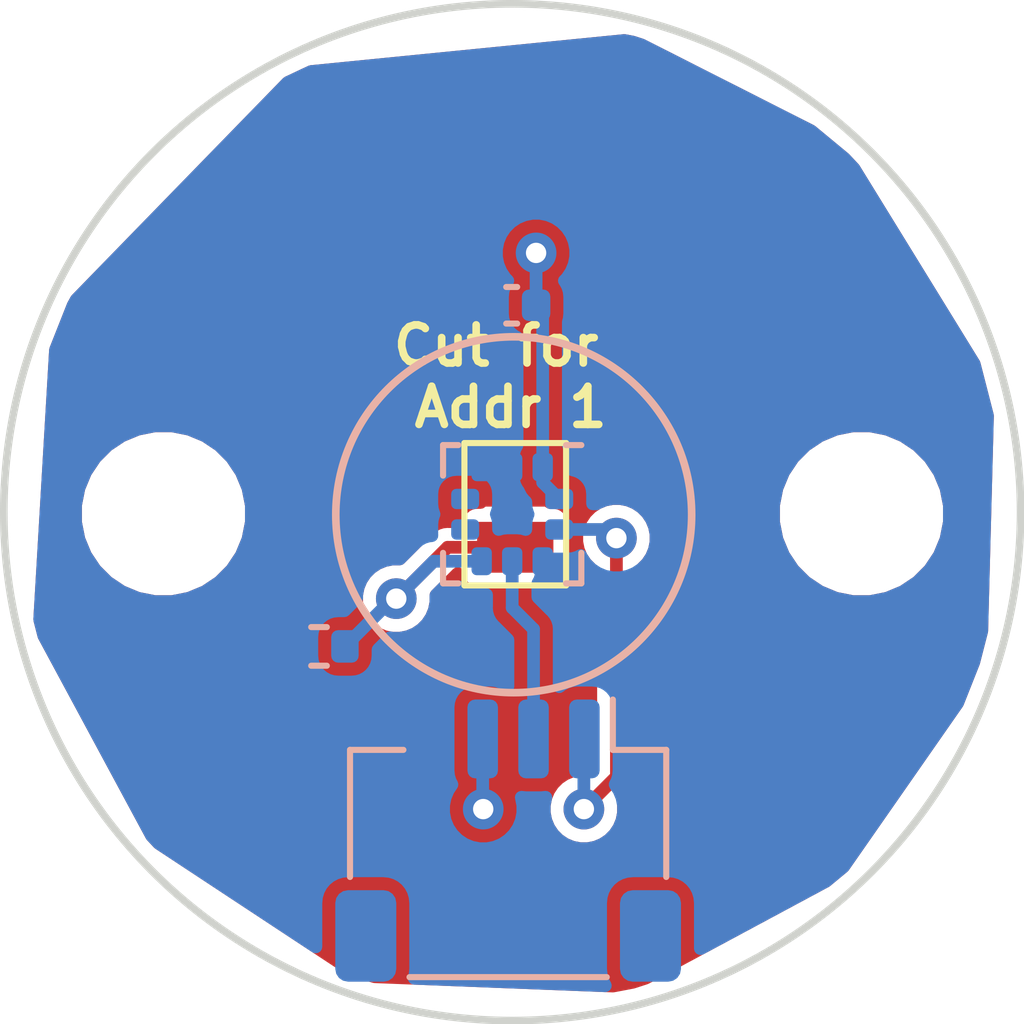
<source format=kicad_pcb>
(kicad_pcb (version 20171130) (host pcbnew 5.1.7-a382d34a8~88~ubuntu18.04.1)

  (general
    (thickness 1.6)
    (drawings 3)
    (tracks 27)
    (zones 0)
    (modules 7)
    (nets 6)
  )

  (page A4)
  (layers
    (0 F.Cu signal)
    (31 B.Cu signal)
    (32 B.Adhes user)
    (33 F.Adhes user)
    (34 B.Paste user)
    (35 F.Paste user)
    (36 B.SilkS user)
    (37 F.SilkS user)
    (38 B.Mask user)
    (39 F.Mask user)
    (40 Dwgs.User user)
    (41 Cmts.User user)
    (42 Eco1.User user)
    (43 Eco2.User user)
    (44 Edge.Cuts user)
    (45 Margin user)
    (46 B.CrtYd user)
    (47 F.CrtYd user)
    (48 B.Fab user)
    (49 F.Fab user)
  )

  (setup
    (last_trace_width 0.25)
    (trace_clearance 0.2)
    (zone_clearance 0.254)
    (zone_45_only no)
    (trace_min 0.2)
    (via_size 0.8)
    (via_drill 0.4)
    (via_min_size 0.4)
    (via_min_drill 0.3)
    (uvia_size 0.3)
    (uvia_drill 0.1)
    (uvias_allowed no)
    (uvia_min_size 0.2)
    (uvia_min_drill 0.1)
    (edge_width 0.05)
    (segment_width 0.2)
    (pcb_text_width 0.3)
    (pcb_text_size 1.5 1.5)
    (mod_edge_width 0.12)
    (mod_text_size 1 1)
    (mod_text_width 0.15)
    (pad_size 1.524 1.524)
    (pad_drill 0.762)
    (pad_to_mask_clearance 0)
    (aux_axis_origin 0 0)
    (grid_origin 30.11 26.76)
    (visible_elements FFFFFF7F)
    (pcbplotparams
      (layerselection 0x010fc_ffffffff)
      (usegerberextensions false)
      (usegerberattributes true)
      (usegerberadvancedattributes true)
      (creategerberjobfile true)
      (excludeedgelayer true)
      (linewidth 0.100000)
      (plotframeref false)
      (viasonmask false)
      (mode 1)
      (useauxorigin false)
      (hpglpennumber 1)
      (hpglpenspeed 20)
      (hpglpendiameter 15.000000)
      (psnegative false)
      (psa4output false)
      (plotreference true)
      (plotvalue true)
      (plotinvisibletext false)
      (padsonsilk false)
      (subtractmaskfromsilk false)
      (outputformat 1)
      (mirror false)
      (drillshape 1)
      (scaleselection 1)
      (outputdirectory ""))
  )

  (net 0 "")
  (net 1 GND)
  (net 2 +3V3)
  (net 3 /SCL)
  (net 4 /SDA)
  (net 5 "Net-(JP1-Pad1)")

  (net_class Default "This is the default net class."
    (clearance 0.2)
    (trace_width 0.25)
    (via_dia 0.8)
    (via_drill 0.4)
    (uvia_dia 0.3)
    (uvia_drill 0.1)
    (add_net +3V3)
    (add_net /SCL)
    (add_net /SDA)
    (add_net GND)
    (add_net "Net-(JP1-Pad1)")
  )

  (module Connector_JST:JST_SH_SM04B-SRSS-TB_1x04-1MP_P1.00mm_Horizontal (layer B.Cu) (tedit 601A0C0C) (tstamp 600E3497)
    (at 30.03 33.18 180)
    (descr "JST SH series connector, SM04B-SRSS-TB (http://www.jst-mfg.com/product/pdf/eng/eSH.pdf), generated with kicad-footprint-generator")
    (tags "connector JST SH top entry")
    (path /600E303D)
    (attr smd)
    (fp_text reference J1 (at 0 3.98 180) (layer B.SilkS) hide
      (effects (font (size 1 1) (thickness 0.15)) (justify mirror))
    )
    (fp_text value Conn_01x04_Male (at 0 -3.98 180) (layer B.Fab) hide
      (effects (font (size 1 1) (thickness 0.15)) (justify mirror))
    )
    (fp_text user %R (at 0 0 180) (layer B.Fab) hide
      (effects (font (size 1 1) (thickness 0.15)) (justify mirror))
    )
    (fp_line (start -3 1.675) (end 3 1.675) (layer B.Fab) (width 0.1))
    (fp_line (start -3.11 -0.715) (end -3.11 1.785) (layer B.SilkS) (width 0.12))
    (fp_line (start -3.11 1.785) (end -2.06 1.785) (layer B.SilkS) (width 0.12))
    (fp_line (start -2.06 1.785) (end -2.06 2.775) (layer B.SilkS) (width 0.12))
    (fp_line (start 3.11 -0.715) (end 3.11 1.785) (layer B.SilkS) (width 0.12))
    (fp_line (start 3.11 1.785) (end 2.06 1.785) (layer B.SilkS) (width 0.12))
    (fp_line (start -1.94 -2.685) (end 1.94 -2.685) (layer B.SilkS) (width 0.12))
    (fp_line (start -3 -2.575) (end 3 -2.575) (layer B.Fab) (width 0.1))
    (fp_line (start -3 1.675) (end -3 -2.575) (layer B.Fab) (width 0.1))
    (fp_line (start 3 1.675) (end 3 -2.575) (layer B.Fab) (width 0.1))
    (fp_line (start -3.9 3.28) (end -3.9 -3.28) (layer B.CrtYd) (width 0.05))
    (fp_line (start -3.9 -3.28) (end 3.9 -3.28) (layer B.CrtYd) (width 0.05))
    (fp_line (start 3.9 -3.28) (end 3.9 3.28) (layer B.CrtYd) (width 0.05))
    (fp_line (start 3.9 3.28) (end -3.9 3.28) (layer B.CrtYd) (width 0.05))
    (fp_line (start -2 1.675) (end -1.5 0.967893) (layer B.Fab) (width 0.1))
    (fp_line (start -1.5 0.967893) (end -1 1.675) (layer B.Fab) (width 0.1))
    (pad 4 smd roundrect (at -1.5 2 180) (size 0.6 1.55) (layers B.Cu B.Paste B.Mask) (roundrect_rratio 0.25)
      (net 3 /SCL))
    (pad 3 smd roundrect (at -0.5 2 180) (size 0.6 1.55) (layers B.Cu B.Paste B.Mask) (roundrect_rratio 0.25)
      (net 4 /SDA))
    (pad 2 smd roundrect (at 0.5 2 180) (size 0.6 1.55) (layers B.Cu B.Paste B.Mask) (roundrect_rratio 0.25)
      (net 2 +3V3))
    (pad 1 smd roundrect (at 1.5 2 180) (size 0.6 1.55) (layers B.Cu B.Paste B.Mask) (roundrect_rratio 0.25)
      (net 1 GND))
    (pad MP smd roundrect (at -2.8 -1.875 180) (size 1.2 1.8) (layers B.Cu B.Paste B.Mask) (roundrect_rratio 0.208333))
    (pad MP smd roundrect (at 2.8 -1.875 180) (size 1.2 1.8) (layers B.Cu B.Paste B.Mask) (roundrect_rratio 0.208333))
    (model "/home/kbisland/Motherboard_Controller (copy)/SM04B-SRSS-TB.STEP"
      (offset (xyz 0 1.5 -0.25))
      (scale (xyz 1 1 1))
      (rotate (xyz -90 0 0))
    )
  )

  (module MountingHole:MountingHole_2.7mm_M2.5 (layer F.Cu) (tedit 56D1B4CB) (tstamp 600E364D)
    (at 36.98 26.75)
    (descr "Mounting Hole 2.7mm, no annular, M2.5")
    (tags "mounting hole 2.7mm no annular m2.5")
    (path /600E7ABF)
    (attr virtual)
    (fp_text reference H2 (at 0 -3.7) (layer F.SilkS) hide
      (effects (font (size 1 1) (thickness 0.15)))
    )
    (fp_text value MountingHole (at 0 3.7) (layer F.Fab) hide
      (effects (font (size 1 1) (thickness 0.15)))
    )
    (fp_text user %R (at 0.3 0) (layer F.Fab) hide
      (effects (font (size 1 1) (thickness 0.15)))
    )
    (fp_circle (center 0 0) (end 2.7 0) (layer Cmts.User) (width 0.15))
    (fp_circle (center 0 0) (end 2.95 0) (layer F.CrtYd) (width 0.05))
    (pad 1 np_thru_hole circle (at 0 0) (size 2.7 2.7) (drill 2.7) (layers *.Cu *.Mask))
  )

  (module MountingHole:MountingHole_2.7mm_M2.5 (layer F.Cu) (tedit 56D1B4CB) (tstamp 600E3645)
    (at 23.25 26.75)
    (descr "Mounting Hole 2.7mm, no annular, M2.5")
    (tags "mounting hole 2.7mm no annular m2.5")
    (path /600E73E8)
    (attr virtual)
    (fp_text reference H1 (at 0 -3.7) (layer F.SilkS) hide
      (effects (font (size 1 1) (thickness 0.15)))
    )
    (fp_text value MountingHole (at 0 3.7) (layer F.Fab) hide
      (effects (font (size 1 1) (thickness 0.15)))
    )
    (fp_text user %R (at 0.3 0) (layer F.Fab) hide
      (effects (font (size 1 1) (thickness 0.15)))
    )
    (fp_circle (center 0 0) (end 2.7 0) (layer Cmts.User) (width 0.15))
    (fp_circle (center 0 0) (end 2.95 0) (layer F.CrtYd) (width 0.05))
    (pad 1 np_thru_hole circle (at 0 0) (size 2.7 2.7) (drill 2.7) (layers *.Cu *.Mask))
  )

  (module Package_LGA:ST_HLGA-10_2.5x2.5mm_P0.6mm_LayoutBorder3x2y (layer B.Cu) (tedit 5D9F7937) (tstamp 600E34D6)
    (at 30.11 26.76 180)
    (descr "ST  HLGA, 10 Pin (https://www.st.com/resource/en/datasheet/lps25hb.pdf#page=46), generated with kicad-footprint-generator ipc_noLead_generator.py")
    (tags "ST HLGA NoLead")
    (path /600DDD81)
    (attr smd)
    (fp_text reference U1 (at 0 2.2 180) (layer B.SilkS) hide
      (effects (font (size 1 1) (thickness 0.15)) (justify mirror))
    )
    (fp_text value LPS25HB (at 0 -2.2 180) (layer B.Fab) hide
      (effects (font (size 1 1) (thickness 0.15)) (justify mirror))
    )
    (fp_line (start 1.5 1.5) (end -1.5 1.5) (layer B.CrtYd) (width 0.05))
    (fp_line (start 1.5 -1.5) (end 1.5 1.5) (layer B.CrtYd) (width 0.05))
    (fp_line (start -1.5 -1.5) (end 1.5 -1.5) (layer B.CrtYd) (width 0.05))
    (fp_line (start -1.5 1.5) (end -1.5 -1.5) (layer B.CrtYd) (width 0.05))
    (fp_line (start -1.25 0.625) (end -0.625 1.25) (layer B.Fab) (width 0.1))
    (fp_line (start -1.25 -1.25) (end -1.25 0.625) (layer B.Fab) (width 0.1))
    (fp_line (start 1.25 -1.25) (end -1.25 -1.25) (layer B.Fab) (width 0.1))
    (fp_line (start 1.25 1.25) (end 1.25 -1.25) (layer B.Fab) (width 0.1))
    (fp_line (start -0.625 1.25) (end 1.25 1.25) (layer B.Fab) (width 0.1))
    (fp_line (start -1.06 1.36) (end -1.36 1.36) (layer B.SilkS) (width 0.12))
    (fp_line (start 1.36 -1.36) (end 1.36 -0.76) (layer B.SilkS) (width 0.12))
    (fp_line (start 1.06 -1.36) (end 1.36 -1.36) (layer B.SilkS) (width 0.12))
    (fp_line (start -1.36 -1.36) (end -1.36 -0.76) (layer B.SilkS) (width 0.12))
    (fp_line (start -1.06 -1.36) (end -1.36 -1.36) (layer B.SilkS) (width 0.12))
    (fp_line (start 1.36 1.36) (end 1.36 0.76) (layer B.SilkS) (width 0.12))
    (fp_line (start 1.06 1.36) (end 1.36 1.36) (layer B.SilkS) (width 0.12))
    (fp_text user %R (at 0 0 180) (layer B.Fab) hide
      (effects (font (size 0.62 0.62) (thickness 0.09)) (justify mirror))
    )
    (pad 10 smd roundrect (at -0.6 0.925 180) (size 0.4 0.55) (layers B.Cu B.Paste B.Mask) (roundrect_rratio 0.25)
      (net 2 +3V3))
    (pad 9 smd roundrect (at 0 0.925 180) (size 0.4 0.55) (layers B.Cu B.Paste B.Mask) (roundrect_rratio 0.25)
      (net 1 GND))
    (pad 8 smd roundrect (at 0.6 0.925 180) (size 0.4 0.55) (layers B.Cu B.Paste B.Mask) (roundrect_rratio 0.25)
      (net 1 GND))
    (pad 7 smd roundrect (at 0.925 0.3 180) (size 0.55 0.4) (layers B.Cu B.Paste B.Mask) (roundrect_rratio 0.25))
    (pad 6 smd roundrect (at 0.925 -0.3 180) (size 0.55 0.4) (layers B.Cu B.Paste B.Mask) (roundrect_rratio 0.25))
    (pad 5 smd roundrect (at 0.6 -0.925 180) (size 0.4 0.55) (layers B.Cu B.Paste B.Mask) (roundrect_rratio 0.25)
      (net 5 "Net-(JP1-Pad1)"))
    (pad 4 smd roundrect (at 0 -0.925 180) (size 0.4 0.55) (layers B.Cu B.Paste B.Mask) (roundrect_rratio 0.25)
      (net 4 /SDA))
    (pad 3 smd roundrect (at -0.6 -0.925 180) (size 0.4 0.55) (layers B.Cu B.Paste B.Mask) (roundrect_rratio 0.25)
      (net 1 GND))
    (pad 2 smd roundrect (at -0.925 -0.3 180) (size 0.55 0.4) (layers B.Cu B.Paste B.Mask) (roundrect_rratio 0.25)
      (net 3 /SCL))
    (pad 1 smd roundrect (at -0.925 0.3 180) (size 0.55 0.4) (layers B.Cu B.Paste B.Mask) (roundrect_rratio 0.25)
      (net 2 +3V3))
    (model ${KISYS3DMOD}/Package_LGA.3dshapes/ST_HLGA-10_2.5x2.5mm_P0.6mm_LayoutBorder3x2y.wrl
      (at (xyz 0 0 0))
      (scale (xyz 1 1 1))
      (rotate (xyz 0 0 0))
    )
  )

  (module Resistor_SMD:R_0402_1005Metric (layer B.Cu) (tedit 5F68FEEE) (tstamp 600E34B7)
    (at 26.31 29.36 180)
    (descr "Resistor SMD 0402 (1005 Metric), square (rectangular) end terminal, IPC_7351 nominal, (Body size source: IPC-SM-782 page 72, https://www.pcb-3d.com/wordpress/wp-content/uploads/ipc-sm-782a_amendment_1_and_2.pdf), generated with kicad-footprint-generator")
    (tags resistor)
    (path /600DEE3E)
    (attr smd)
    (fp_text reference R1 (at 0 1.17) (layer B.SilkS) hide
      (effects (font (size 1 1) (thickness 0.15)) (justify mirror))
    )
    (fp_text value 10K (at 0 -1.17) (layer B.Fab) hide
      (effects (font (size 1 1) (thickness 0.15)) (justify mirror))
    )
    (fp_line (start 0.93 -0.47) (end -0.93 -0.47) (layer B.CrtYd) (width 0.05))
    (fp_line (start 0.93 0.47) (end 0.93 -0.47) (layer B.CrtYd) (width 0.05))
    (fp_line (start -0.93 0.47) (end 0.93 0.47) (layer B.CrtYd) (width 0.05))
    (fp_line (start -0.93 -0.47) (end -0.93 0.47) (layer B.CrtYd) (width 0.05))
    (fp_line (start -0.153641 -0.38) (end 0.153641 -0.38) (layer B.SilkS) (width 0.12))
    (fp_line (start -0.153641 0.38) (end 0.153641 0.38) (layer B.SilkS) (width 0.12))
    (fp_line (start 0.525 -0.27) (end -0.525 -0.27) (layer B.Fab) (width 0.1))
    (fp_line (start 0.525 0.27) (end 0.525 -0.27) (layer B.Fab) (width 0.1))
    (fp_line (start -0.525 0.27) (end 0.525 0.27) (layer B.Fab) (width 0.1))
    (fp_line (start -0.525 -0.27) (end -0.525 0.27) (layer B.Fab) (width 0.1))
    (fp_text user %R (at 0 0) (layer B.Fab) hide
      (effects (font (size 0.26 0.26) (thickness 0.04)) (justify mirror))
    )
    (pad 2 smd roundrect (at 0.51 0 180) (size 0.54 0.64) (layers B.Cu B.Paste B.Mask) (roundrect_rratio 0.25)
      (net 1 GND))
    (pad 1 smd roundrect (at -0.51 0 180) (size 0.54 0.64) (layers B.Cu B.Paste B.Mask) (roundrect_rratio 0.25)
      (net 5 "Net-(JP1-Pad1)"))
    (model ${KISYS3DMOD}/Resistor_SMD.3dshapes/R_0402_1005Metric.wrl
      (at (xyz 0 0 0))
      (scale (xyz 1 1 1))
      (rotate (xyz 0 0 0))
    )
  )

  (module Jumper:SolderJumper-2_P1.3mm_Bridged_Pad1.0x1.5mm (layer F.Cu) (tedit 5C756AB2) (tstamp 600E34A6)
    (at 30.17 26.76 90)
    (descr "SMD Solder Jumper, 1x1.5mm Pads, 0.3mm gap, bridged with 1 copper strip")
    (tags "solder jumper open")
    (path /600DF3CE)
    (attr virtual)
    (fp_text reference JP1 (at 0 -1.8 90) (layer F.SilkS) hide
      (effects (font (size 1 1) (thickness 0.15)))
    )
    (fp_text value Jumper (at 0 1.9 90) (layer F.Fab) hide
      (effects (font (size 1 1) (thickness 0.15)))
    )
    (fp_poly (pts (xy -0.25 -0.3) (xy 0.25 -0.3) (xy 0.25 0.3) (xy -0.25 0.3)) (layer F.Cu) (width 0))
    (fp_line (start 1.65 1.25) (end -1.65 1.25) (layer F.CrtYd) (width 0.05))
    (fp_line (start 1.65 1.25) (end 1.65 -1.25) (layer F.CrtYd) (width 0.05))
    (fp_line (start -1.65 -1.25) (end -1.65 1.25) (layer F.CrtYd) (width 0.05))
    (fp_line (start -1.65 -1.25) (end 1.65 -1.25) (layer F.CrtYd) (width 0.05))
    (fp_line (start -1.4 -1) (end 1.4 -1) (layer F.SilkS) (width 0.12))
    (fp_line (start 1.4 -1) (end 1.4 1) (layer F.SilkS) (width 0.12))
    (fp_line (start 1.4 1) (end -1.4 1) (layer F.SilkS) (width 0.12))
    (fp_line (start -1.4 1) (end -1.4 -1) (layer F.SilkS) (width 0.12))
    (pad 2 smd rect (at 0.65 0 90) (size 1 1.5) (layers F.Cu F.Mask)
      (net 2 +3V3))
    (pad 1 smd rect (at -0.65 0 90) (size 1 1.5) (layers F.Cu F.Mask)
      (net 5 "Net-(JP1-Pad1)"))
  )

  (module Capacitor_SMD:C_0402_1005Metric (layer B.Cu) (tedit 5F68FEEE) (tstamp 600E347C)
    (at 30.1 22.65 180)
    (descr "Capacitor SMD 0402 (1005 Metric), square (rectangular) end terminal, IPC_7351 nominal, (Body size source: IPC-SM-782 page 76, https://www.pcb-3d.com/wordpress/wp-content/uploads/ipc-sm-782a_amendment_1_and_2.pdf), generated with kicad-footprint-generator")
    (tags capacitor)
    (path /600E0AB0)
    (attr smd)
    (fp_text reference C1 (at 0 1.16) (layer B.SilkS) hide
      (effects (font (size 1 1) (thickness 0.15)) (justify mirror))
    )
    (fp_text value 0.1uF (at 0 -1.16) (layer B.Fab) hide
      (effects (font (size 1 1) (thickness 0.15)) (justify mirror))
    )
    (fp_line (start 0.91 -0.46) (end -0.91 -0.46) (layer B.CrtYd) (width 0.05))
    (fp_line (start 0.91 0.46) (end 0.91 -0.46) (layer B.CrtYd) (width 0.05))
    (fp_line (start -0.91 0.46) (end 0.91 0.46) (layer B.CrtYd) (width 0.05))
    (fp_line (start -0.91 -0.46) (end -0.91 0.46) (layer B.CrtYd) (width 0.05))
    (fp_line (start -0.107836 -0.36) (end 0.107836 -0.36) (layer B.SilkS) (width 0.12))
    (fp_line (start -0.107836 0.36) (end 0.107836 0.36) (layer B.SilkS) (width 0.12))
    (fp_line (start 0.5 -0.25) (end -0.5 -0.25) (layer B.Fab) (width 0.1))
    (fp_line (start 0.5 0.25) (end 0.5 -0.25) (layer B.Fab) (width 0.1))
    (fp_line (start -0.5 0.25) (end 0.5 0.25) (layer B.Fab) (width 0.1))
    (fp_line (start -0.5 -0.25) (end -0.5 0.25) (layer B.Fab) (width 0.1))
    (fp_text user %R (at 0 0) (layer B.Fab) hide
      (effects (font (size 0.25 0.25) (thickness 0.04)) (justify mirror))
    )
    (pad 2 smd roundrect (at 0.48 0 180) (size 0.56 0.62) (layers B.Cu B.Paste B.Mask) (roundrect_rratio 0.25)
      (net 1 GND))
    (pad 1 smd roundrect (at -0.48 0 180) (size 0.56 0.62) (layers B.Cu B.Paste B.Mask) (roundrect_rratio 0.25)
      (net 2 +3V3))
    (model ${KISYS3DMOD}/Capacitor_SMD.3dshapes/C_0402_1005Metric.wrl
      (at (xyz 0 0 0))
      (scale (xyz 1 1 1))
      (rotate (xyz 0 0 0))
    )
  )

  (gr_circle (center 30.14 26.77) (end 33.64 26.77) (layer B.SilkS) (width 0.15))
  (gr_text "Cut for \nAddr 1" (at 30.08 24.05) (layer F.SilkS)
    (effects (font (size 0.75 0.75) (thickness 0.15)))
  )
  (gr_circle (center 30.11 26.72) (end 40.11 26.72) (layer Edge.Cuts) (width 0.15))

  (segment (start 30.71 26.135) (end 31.035 26.46) (width 0.25) (layer B.Cu) (net 2))
  (segment (start 30.71 25.835) (end 30.71 26.135) (width 0.25) (layer B.Cu) (net 2))
  (segment (start 30.71 22.78) (end 30.58 22.65) (width 0.25) (layer B.Cu) (net 2))
  (segment (start 30.71 25.835) (end 30.71 22.78) (width 0.25) (layer B.Cu) (net 2))
  (via (at 30.58 21.62) (size 0.8) (drill 0.4) (layers F.Cu B.Cu) (net 2))
  (segment (start 30.58 22.65) (end 30.58 21.62) (width 0.25) (layer B.Cu) (net 2))
  (via (at 29.54 32.56) (size 0.8) (drill 0.4) (layers F.Cu B.Cu) (net 2))
  (segment (start 29.53 32.55) (end 29.54 32.56) (width 0.25) (layer B.Cu) (net 2))
  (segment (start 29.53 31.18) (end 29.53 32.55) (width 0.25) (layer B.Cu) (net 2))
  (via (at 32.16 27.23) (size 0.8) (drill 0.4) (layers F.Cu B.Cu) (net 3))
  (segment (start 31.99 27.06) (end 32.16 27.23) (width 0.25) (layer B.Cu) (net 3))
  (segment (start 31.035 27.06) (end 31.99 27.06) (width 0.25) (layer B.Cu) (net 3))
  (via (at 31.52 32.56) (size 0.8) (drill 0.4) (layers F.Cu B.Cu) (net 3))
  (segment (start 31.52 31.19) (end 31.53 31.18) (width 0.25) (layer B.Cu) (net 3))
  (segment (start 31.52 32.56) (end 31.52 31.19) (width 0.25) (layer B.Cu) (net 3))
  (segment (start 32.16 31.92) (end 31.52 32.56) (width 0.25) (layer F.Cu) (net 3))
  (segment (start 32.16 27.23) (end 32.16 31.92) (width 0.25) (layer F.Cu) (net 3))
  (segment (start 30.53 31.18) (end 30.53 29.02) (width 0.25) (layer B.Cu) (net 4))
  (segment (start 30.11 28.6) (end 30.11 27.685) (width 0.25) (layer B.Cu) (net 4))
  (segment (start 30.53 29.02) (end 30.11 28.6) (width 0.25) (layer B.Cu) (net 4))
  (via (at 27.83 28.42) (size 0.8) (drill 0.4) (layers F.Cu B.Cu) (net 5))
  (segment (start 28.84 27.41) (end 27.83 28.42) (width 0.25) (layer F.Cu) (net 5))
  (segment (start 30.17 27.41) (end 28.84 27.41) (width 0.25) (layer F.Cu) (net 5))
  (segment (start 27.76 28.42) (end 26.82 29.36) (width 0.25) (layer B.Cu) (net 5))
  (segment (start 27.83 28.42) (end 27.76 28.42) (width 0.25) (layer B.Cu) (net 5))
  (segment (start 28.565 27.685) (end 27.83 28.42) (width 0.25) (layer B.Cu) (net 5))
  (segment (start 29.51 27.685) (end 28.565 27.685) (width 0.25) (layer B.Cu) (net 5))

  (zone (net 1) (net_name GND) (layer B.Cu) (tstamp 600E031E) (hatch edge 0.508)
    (connect_pads yes (clearance 0.254))
    (min_thickness 0.254)
    (fill yes (arc_segments 32) (thermal_gap 0.508) (thermal_bridge_width 0.508))
    (polygon
      (pts
        (xy 36.64 19.41) (xy 39.6 24.22) (xy 39.45 29.86) (xy 36.6 33.95) (xy 32.45 36.18)
        (xy 27.08 35.97) (xy 22.97 33.26) (xy 20.68 29.01) (xy 21.04 22.87) (xy 25.82 17.96)
        (xy 32.48 17.3)
      )
    )
    (filled_polygon
      (pts
        (xy 32.483496 17.475842) (xy 32.657206 17.532284) (xy 35.991446 19.223449) (xy 36.643318 19.762723) (xy 36.830799 19.96237)
        (xy 39.195811 23.805514) (xy 39.456931 24.822508) (xy 39.344338 29.056015) (xy 39.186883 29.669258) (xy 38.869453 30.470995)
        (xy 36.624263 33.693041) (xy 36.280213 33.977663) (xy 33.812843 35.303503) (xy 33.812843 34.404999) (xy 33.800683 34.281538)
        (xy 33.764671 34.162821) (xy 33.70619 34.053411) (xy 33.627488 33.957512) (xy 33.531589 33.87881) (xy 33.422179 33.820329)
        (xy 33.303462 33.784317) (xy 33.180001 33.772157) (xy 32.479999 33.772157) (xy 32.356538 33.784317) (xy 32.237821 33.820329)
        (xy 32.128411 33.87881) (xy 32.032512 33.957512) (xy 31.95381 34.053411) (xy 31.895329 34.162821) (xy 31.859317 34.281538)
        (xy 31.847157 34.404999) (xy 31.847157 35.705001) (xy 31.859317 35.828462) (xy 31.895329 35.947179) (xy 31.941204 36.033006)
        (xy 28.183215 35.886046) (xy 28.200683 35.828462) (xy 28.212843 35.705001) (xy 28.212843 34.404999) (xy 28.200683 34.281538)
        (xy 28.164671 34.162821) (xy 28.10619 34.053411) (xy 28.027488 33.957512) (xy 27.931589 33.87881) (xy 27.822179 33.820329)
        (xy 27.703462 33.784317) (xy 27.580001 33.772157) (xy 26.879999 33.772157) (xy 26.756538 33.784317) (xy 26.637821 33.820329)
        (xy 26.528411 33.87881) (xy 26.432512 33.957512) (xy 26.35381 34.053411) (xy 26.295329 34.162821) (xy 26.259317 34.281538)
        (xy 26.247157 34.404999) (xy 26.247157 35.268729) (xy 23.159019 33.232511) (xy 23.019257 33.083679) (xy 20.91317 29.175)
        (xy 26.167157 29.175) (xy 26.167157 29.545) (xy 26.177107 29.646026) (xy 26.206575 29.74317) (xy 26.254429 29.832698)
        (xy 26.31883 29.91117) (xy 26.397302 29.975571) (xy 26.48683 30.023425) (xy 26.583974 30.052893) (xy 26.685 30.062843)
        (xy 26.955 30.062843) (xy 27.056026 30.052893) (xy 27.15317 30.023425) (xy 27.242698 29.975571) (xy 27.32117 29.91117)
        (xy 27.385571 29.832698) (xy 27.433425 29.74317) (xy 27.462893 29.646026) (xy 27.472843 29.545) (xy 27.472843 29.422748)
        (xy 27.704295 29.191297) (xy 27.753078 29.201) (xy 27.906922 29.201) (xy 28.057809 29.170987) (xy 28.199942 29.112113)
        (xy 28.327859 29.026642) (xy 28.436642 28.917859) (xy 28.522113 28.789942) (xy 28.580987 28.647809) (xy 28.611 28.496922)
        (xy 28.611 28.354592) (xy 28.774592 28.191) (xy 29.060025 28.191) (xy 29.068578 28.201422) (xy 29.141747 28.261469)
        (xy 29.225224 28.306089) (xy 29.315802 28.333565) (xy 29.41 28.342843) (xy 29.604 28.342843) (xy 29.604 28.575153)
        (xy 29.601553 28.6) (xy 29.604 28.624846) (xy 29.604 28.624853) (xy 29.611322 28.699192) (xy 29.640255 28.794574)
        (xy 29.687241 28.882479) (xy 29.750473 28.959527) (xy 29.769785 28.975376) (xy 30.024001 29.229593) (xy 30.024 30.151324)
        (xy 29.976032 30.111957) (xy 29.88391 30.062717) (xy 29.783953 30.032395) (xy 29.68 30.022157) (xy 29.38 30.022157)
        (xy 29.276047 30.032395) (xy 29.17609 30.062717) (xy 29.083968 30.111957) (xy 29.003223 30.178223) (xy 28.936957 30.258968)
        (xy 28.887717 30.35109) (xy 28.857395 30.451047) (xy 28.847157 30.555) (xy 28.847157 31.805) (xy 28.857395 31.908953)
        (xy 28.887717 32.00891) (xy 28.923809 32.076433) (xy 28.847887 32.190058) (xy 28.789013 32.332191) (xy 28.759 32.483078)
        (xy 28.759 32.636922) (xy 28.789013 32.787809) (xy 28.847887 32.929942) (xy 28.933358 33.057859) (xy 29.042141 33.166642)
        (xy 29.170058 33.252113) (xy 29.312191 33.310987) (xy 29.463078 33.341) (xy 29.616922 33.341) (xy 29.767809 33.310987)
        (xy 29.909942 33.252113) (xy 30.037859 33.166642) (xy 30.146642 33.057859) (xy 30.232113 32.929942) (xy 30.290987 32.787809)
        (xy 30.321 32.636922) (xy 30.321 32.483078) (xy 30.290987 32.332191) (xy 30.289642 32.328944) (xy 30.38 32.337843)
        (xy 30.68 32.337843) (xy 30.770358 32.328944) (xy 30.769013 32.332191) (xy 30.739 32.483078) (xy 30.739 32.636922)
        (xy 30.769013 32.787809) (xy 30.827887 32.929942) (xy 30.913358 33.057859) (xy 31.022141 33.166642) (xy 31.150058 33.252113)
        (xy 31.292191 33.310987) (xy 31.443078 33.341) (xy 31.596922 33.341) (xy 31.747809 33.310987) (xy 31.889942 33.252113)
        (xy 32.017859 33.166642) (xy 32.126642 33.057859) (xy 32.212113 32.929942) (xy 32.270987 32.787809) (xy 32.301 32.636922)
        (xy 32.301 32.483078) (xy 32.270987 32.332191) (xy 32.212113 32.190058) (xy 32.136191 32.076433) (xy 32.172283 32.00891)
        (xy 32.202605 31.908953) (xy 32.212843 31.805) (xy 32.212843 30.555) (xy 32.202605 30.451047) (xy 32.172283 30.35109)
        (xy 32.123043 30.258968) (xy 32.056777 30.178223) (xy 31.976032 30.111957) (xy 31.88391 30.062717) (xy 31.783953 30.032395)
        (xy 31.68 30.022157) (xy 31.38 30.022157) (xy 31.276047 30.032395) (xy 31.17609 30.062717) (xy 31.083968 30.111957)
        (xy 31.036 30.151323) (xy 31.036 29.044854) (xy 31.038448 29.02) (xy 31.028678 28.920807) (xy 30.999745 28.825425)
        (xy 30.983255 28.794575) (xy 30.952759 28.737521) (xy 30.889527 28.660473) (xy 30.87022 28.644628) (xy 30.616 28.390409)
        (xy 30.616 28.119776) (xy 30.656089 28.044776) (xy 30.683565 27.954198) (xy 30.692843 27.86) (xy 30.692843 27.611434)
        (xy 30.765802 27.633565) (xy 30.86 27.642843) (xy 31.21 27.642843) (xy 31.304198 27.633565) (xy 31.394776 27.606089)
        (xy 31.456719 27.57298) (xy 31.467887 27.599942) (xy 31.553358 27.727859) (xy 31.662141 27.836642) (xy 31.790058 27.922113)
        (xy 31.932191 27.980987) (xy 32.083078 28.011) (xy 32.236922 28.011) (xy 32.387809 27.980987) (xy 32.529942 27.922113)
        (xy 32.657859 27.836642) (xy 32.766642 27.727859) (xy 32.852113 27.599942) (xy 32.910987 27.457809) (xy 32.941 27.306922)
        (xy 32.941 27.153078) (xy 32.910987 27.002191) (xy 32.852113 26.860058) (xy 32.766642 26.732141) (xy 32.657859 26.623358)
        (xy 32.592238 26.579511) (xy 35.249 26.579511) (xy 35.249 26.920489) (xy 35.315521 27.254914) (xy 35.446007 27.569936)
        (xy 35.635444 27.853448) (xy 35.876552 28.094556) (xy 36.160064 28.283993) (xy 36.475086 28.414479) (xy 36.809511 28.481)
        (xy 37.150489 28.481) (xy 37.484914 28.414479) (xy 37.799936 28.283993) (xy 38.083448 28.094556) (xy 38.324556 27.853448)
        (xy 38.513993 27.569936) (xy 38.644479 27.254914) (xy 38.711 26.920489) (xy 38.711 26.579511) (xy 38.644479 26.245086)
        (xy 38.513993 25.930064) (xy 38.324556 25.646552) (xy 38.083448 25.405444) (xy 37.799936 25.216007) (xy 37.484914 25.085521)
        (xy 37.150489 25.019) (xy 36.809511 25.019) (xy 36.475086 25.085521) (xy 36.160064 25.216007) (xy 35.876552 25.405444)
        (xy 35.635444 25.646552) (xy 35.446007 25.930064) (xy 35.315521 26.245086) (xy 35.249 26.579511) (xy 32.592238 26.579511)
        (xy 32.529942 26.537887) (xy 32.387809 26.479013) (xy 32.236922 26.449) (xy 32.083078 26.449) (xy 31.932191 26.479013)
        (xy 31.790058 26.537887) (xy 31.765943 26.554) (xy 31.692843 26.554) (xy 31.692843 26.36) (xy 31.683565 26.265802)
        (xy 31.656089 26.175224) (xy 31.611469 26.091747) (xy 31.551422 26.018578) (xy 31.478253 25.958531) (xy 31.394776 25.913911)
        (xy 31.304198 25.886435) (xy 31.292843 25.885317) (xy 31.292843 25.66) (xy 31.283565 25.565802) (xy 31.256089 25.475224)
        (xy 31.216 25.400224) (xy 31.216 22.977373) (xy 31.232797 22.922002) (xy 31.242843 22.82) (xy 31.242843 22.48)
        (xy 31.232797 22.377998) (xy 31.203044 22.279917) (xy 31.154728 22.189524) (xy 31.13681 22.167691) (xy 31.186642 22.117859)
        (xy 31.272113 21.989942) (xy 31.330987 21.847809) (xy 31.361 21.696922) (xy 31.361 21.543078) (xy 31.330987 21.392191)
        (xy 31.272113 21.250058) (xy 31.186642 21.122141) (xy 31.077859 21.013358) (xy 30.949942 20.927887) (xy 30.807809 20.869013)
        (xy 30.656922 20.839) (xy 30.503078 20.839) (xy 30.352191 20.869013) (xy 30.210058 20.927887) (xy 30.082141 21.013358)
        (xy 29.973358 21.122141) (xy 29.887887 21.250058) (xy 29.829013 21.392191) (xy 29.799 21.543078) (xy 29.799 21.696922)
        (xy 29.829013 21.847809) (xy 29.887887 21.989942) (xy 29.973358 22.117859) (xy 30.02319 22.167691) (xy 30.005272 22.189524)
        (xy 29.956956 22.279917) (xy 29.927203 22.377998) (xy 29.917157 22.48) (xy 29.917157 22.82) (xy 29.927203 22.922002)
        (xy 29.956956 23.020083) (xy 30.005272 23.110476) (xy 30.070294 23.189706) (xy 30.149524 23.254728) (xy 30.204001 23.283846)
        (xy 30.204 25.400224) (xy 30.163911 25.475224) (xy 30.136435 25.565802) (xy 30.127157 25.66) (xy 30.127157 26.01)
        (xy 30.136435 26.104198) (xy 30.163911 26.194776) (xy 30.208531 26.278253) (xy 30.234161 26.309484) (xy 30.240255 26.329574)
        (xy 30.256949 26.360806) (xy 30.287242 26.417479) (xy 30.350474 26.494527) (xy 30.369781 26.510372) (xy 30.377157 26.517748)
        (xy 30.377157 26.56) (xy 30.386435 26.654198) (xy 30.413911 26.744776) (xy 30.422049 26.76) (xy 30.413911 26.775224)
        (xy 30.386435 26.865802) (xy 30.377157 26.96) (xy 30.377157 27.058566) (xy 30.304198 27.036435) (xy 30.21 27.027157)
        (xy 30.01 27.027157) (xy 29.915802 27.036435) (xy 29.842843 27.058566) (xy 29.842843 26.96) (xy 29.833565 26.865802)
        (xy 29.806089 26.775224) (xy 29.797951 26.76) (xy 29.806089 26.744776) (xy 29.833565 26.654198) (xy 29.842843 26.56)
        (xy 29.842843 26.36) (xy 29.833565 26.265802) (xy 29.806089 26.175224) (xy 29.761469 26.091747) (xy 29.701422 26.018578)
        (xy 29.628253 25.958531) (xy 29.544776 25.913911) (xy 29.454198 25.886435) (xy 29.36 25.877157) (xy 29.01 25.877157)
        (xy 28.915802 25.886435) (xy 28.825224 25.913911) (xy 28.741747 25.958531) (xy 28.668578 26.018578) (xy 28.608531 26.091747)
        (xy 28.563911 26.175224) (xy 28.536435 26.265802) (xy 28.527157 26.36) (xy 28.527157 26.56) (xy 28.536435 26.654198)
        (xy 28.563911 26.744776) (xy 28.572049 26.76) (xy 28.563911 26.775224) (xy 28.536435 26.865802) (xy 28.527157 26.96)
        (xy 28.527157 27.16) (xy 28.529135 27.180085) (xy 28.465807 27.186322) (xy 28.370425 27.215255) (xy 28.282521 27.262241)
        (xy 28.205473 27.325473) (xy 28.189628 27.34478) (xy 27.895408 27.639) (xy 27.753078 27.639) (xy 27.602191 27.669013)
        (xy 27.460058 27.727887) (xy 27.332141 27.813358) (xy 27.223358 27.922141) (xy 27.137887 28.050058) (xy 27.079013 28.192191)
        (xy 27.049 28.343078) (xy 27.049 28.415408) (xy 26.807252 28.657157) (xy 26.685 28.657157) (xy 26.583974 28.667107)
        (xy 26.48683 28.696575) (xy 26.397302 28.744429) (xy 26.31883 28.80883) (xy 26.254429 28.887302) (xy 26.206575 28.97683)
        (xy 26.177107 29.073974) (xy 26.167157 29.175) (xy 20.91317 29.175) (xy 20.899881 29.150338) (xy 20.817746 28.830445)
        (xy 20.949722 26.579511) (xy 21.519 26.579511) (xy 21.519 26.920489) (xy 21.585521 27.254914) (xy 21.716007 27.569936)
        (xy 21.905444 27.853448) (xy 22.146552 28.094556) (xy 22.430064 28.283993) (xy 22.745086 28.414479) (xy 23.079511 28.481)
        (xy 23.420489 28.481) (xy 23.754914 28.414479) (xy 24.069936 28.283993) (xy 24.353448 28.094556) (xy 24.594556 27.853448)
        (xy 24.783993 27.569936) (xy 24.914479 27.254914) (xy 24.981 26.920489) (xy 24.981 26.579511) (xy 24.914479 26.245086)
        (xy 24.783993 25.930064) (xy 24.594556 25.646552) (xy 24.353448 25.405444) (xy 24.069936 25.216007) (xy 23.754914 25.085521)
        (xy 23.420489 25.019) (xy 23.079511 25.019) (xy 22.745086 25.085521) (xy 22.430064 25.216007) (xy 22.146552 25.405444)
        (xy 21.905444 25.646552) (xy 21.716007 25.930064) (xy 21.585521 26.245086) (xy 21.519 26.579511) (xy 20.949722 26.579511)
        (xy 21.128536 23.529741) (xy 21.474331 22.656362) (xy 21.538036 22.540483) (xy 25.694966 18.270499) (xy 26.153921 18.054531)
        (xy 32.315945 17.44388)
      )
    )
  )
  (zone (net 2) (net_name +3V3) (layer F.Cu) (tstamp 0) (hatch edge 0.508)
    (connect_pads yes (clearance 0.254))
    (min_thickness 0.254)
    (fill yes (arc_segments 32) (thermal_gap 0.508) (thermal_bridge_width 0.508))
    (polygon
      (pts
        (xy 36.64 19.41) (xy 39.6 24.22) (xy 39.45 29.86) (xy 36.6 33.95) (xy 32.45 36.18)
        (xy 27.08 35.97) (xy 22.97 33.26) (xy 20.68 29.01) (xy 21.04 22.87) (xy 25.82 17.96)
        (xy 32.48 17.3)
      )
    )
    (filled_polygon
      (pts
        (xy 32.483496 17.475842) (xy 32.657206 17.532284) (xy 35.991446 19.223449) (xy 36.643318 19.762723) (xy 36.830799 19.96237)
        (xy 39.195811 23.805514) (xy 39.456931 24.822508) (xy 39.344338 29.056015) (xy 39.186883 29.669258) (xy 38.869453 30.470995)
        (xy 36.624263 33.693041) (xy 36.280213 33.977663) (xy 32.736137 35.88207) (xy 32.483496 35.964158) (xy 32.091727 36.038892)
        (xy 27.402085 35.855499) (xy 26.879577 35.685725) (xy 23.159019 33.232511) (xy 23.019257 33.083679) (xy 22.69564 32.483078)
        (xy 30.739 32.483078) (xy 30.739 32.636922) (xy 30.769013 32.787809) (xy 30.827887 32.929942) (xy 30.913358 33.057859)
        (xy 31.022141 33.166642) (xy 31.150058 33.252113) (xy 31.292191 33.310987) (xy 31.443078 33.341) (xy 31.596922 33.341)
        (xy 31.747809 33.310987) (xy 31.889942 33.252113) (xy 32.017859 33.166642) (xy 32.126642 33.057859) (xy 32.212113 32.929942)
        (xy 32.270987 32.787809) (xy 32.301 32.636922) (xy 32.301 32.494592) (xy 32.50022 32.295372) (xy 32.519527 32.279527)
        (xy 32.582759 32.202479) (xy 32.629745 32.114575) (xy 32.658678 32.019193) (xy 32.666 31.944854) (xy 32.668448 31.92)
        (xy 32.666 31.895146) (xy 32.666 27.828501) (xy 32.766642 27.727859) (xy 32.852113 27.599942) (xy 32.910987 27.457809)
        (xy 32.941 27.306922) (xy 32.941 27.153078) (xy 32.910987 27.002191) (xy 32.852113 26.860058) (xy 32.766642 26.732141)
        (xy 32.657859 26.623358) (xy 32.592238 26.579511) (xy 35.249 26.579511) (xy 35.249 26.920489) (xy 35.315521 27.254914)
        (xy 35.446007 27.569936) (xy 35.635444 27.853448) (xy 35.876552 28.094556) (xy 36.160064 28.283993) (xy 36.475086 28.414479)
        (xy 36.809511 28.481) (xy 37.150489 28.481) (xy 37.484914 28.414479) (xy 37.799936 28.283993) (xy 38.083448 28.094556)
        (xy 38.324556 27.853448) (xy 38.513993 27.569936) (xy 38.644479 27.254914) (xy 38.711 26.920489) (xy 38.711 26.579511)
        (xy 38.644479 26.245086) (xy 38.513993 25.930064) (xy 38.324556 25.646552) (xy 38.083448 25.405444) (xy 37.799936 25.216007)
        (xy 37.484914 25.085521) (xy 37.150489 25.019) (xy 36.809511 25.019) (xy 36.475086 25.085521) (xy 36.160064 25.216007)
        (xy 35.876552 25.405444) (xy 35.635444 25.646552) (xy 35.446007 25.930064) (xy 35.315521 26.245086) (xy 35.249 26.579511)
        (xy 32.592238 26.579511) (xy 32.529942 26.537887) (xy 32.387809 26.479013) (xy 32.236922 26.449) (xy 32.083078 26.449)
        (xy 31.932191 26.479013) (xy 31.790058 26.537887) (xy 31.662141 26.623358) (xy 31.553358 26.732141) (xy 31.467887 26.860058)
        (xy 31.409013 27.002191) (xy 31.379 27.153078) (xy 31.379 27.306922) (xy 31.409013 27.457809) (xy 31.467887 27.599942)
        (xy 31.553358 27.727859) (xy 31.654 27.828501) (xy 31.654001 31.710407) (xy 31.585408 31.779) (xy 31.443078 31.779)
        (xy 31.292191 31.809013) (xy 31.150058 31.867887) (xy 31.022141 31.953358) (xy 30.913358 32.062141) (xy 30.827887 32.190058)
        (xy 30.769013 32.332191) (xy 30.739 32.483078) (xy 22.69564 32.483078) (xy 20.899881 29.150338) (xy 20.817746 28.830445)
        (xy 20.949722 26.579511) (xy 21.519 26.579511) (xy 21.519 26.920489) (xy 21.585521 27.254914) (xy 21.716007 27.569936)
        (xy 21.905444 27.853448) (xy 22.146552 28.094556) (xy 22.430064 28.283993) (xy 22.745086 28.414479) (xy 23.079511 28.481)
        (xy 23.420489 28.481) (xy 23.754914 28.414479) (xy 23.927291 28.343078) (xy 27.049 28.343078) (xy 27.049 28.496922)
        (xy 27.079013 28.647809) (xy 27.137887 28.789942) (xy 27.223358 28.917859) (xy 27.332141 29.026642) (xy 27.460058 29.112113)
        (xy 27.602191 29.170987) (xy 27.753078 29.201) (xy 27.906922 29.201) (xy 28.057809 29.170987) (xy 28.199942 29.112113)
        (xy 28.327859 29.026642) (xy 28.436642 28.917859) (xy 28.522113 28.789942) (xy 28.580987 28.647809) (xy 28.611 28.496922)
        (xy 28.611 28.354591) (xy 29.03881 27.926782) (xy 29.044513 27.984689) (xy 29.066299 28.056508) (xy 29.101678 28.122696)
        (xy 29.149289 28.180711) (xy 29.207304 28.228322) (xy 29.273492 28.263701) (xy 29.345311 28.285487) (xy 29.42 28.292843)
        (xy 30.92 28.292843) (xy 30.994689 28.285487) (xy 31.066508 28.263701) (xy 31.132696 28.228322) (xy 31.190711 28.180711)
        (xy 31.238322 28.122696) (xy 31.273701 28.056508) (xy 31.295487 27.984689) (xy 31.302843 27.91) (xy 31.302843 26.91)
        (xy 31.295487 26.835311) (xy 31.273701 26.763492) (xy 31.238322 26.697304) (xy 31.190711 26.639289) (xy 31.132696 26.591678)
        (xy 31.066508 26.556299) (xy 30.994689 26.534513) (xy 30.92 26.527157) (xy 30.851 26.527157) (xy 30.851 26.51)
        (xy 30.847499 26.474296) (xy 30.844251 26.438608) (xy 30.843875 26.437329) (xy 30.843744 26.435997) (xy 30.833369 26.401632)
        (xy 30.823257 26.367275) (xy 30.822638 26.366092) (xy 30.822252 26.364812) (xy 30.805417 26.33315) (xy 30.788807 26.301378)
        (xy 30.78797 26.300337) (xy 30.787343 26.299158) (xy 30.7647 26.271395) (xy 30.742214 26.243428) (xy 30.74119 26.242569)
        (xy 30.740346 26.241534) (xy 30.712731 26.218689) (xy 30.685252 26.195632) (xy 30.684081 26.194988) (xy 30.683052 26.194137)
        (xy 30.651554 26.177106) (xy 30.620092 26.159809) (xy 30.618816 26.159404) (xy 30.617643 26.15877) (xy 30.583402 26.148171)
        (xy 30.549214 26.137326) (xy 30.547888 26.137177) (xy 30.546611 26.136782) (xy 30.510936 26.133032) (xy 30.47532 26.129037)
        (xy 30.472757 26.129019) (xy 30.47266 26.129009) (xy 30.472563 26.129018) (xy 30.47 26.129) (xy 29.87 26.129)
        (xy 29.834296 26.132501) (xy 29.798608 26.135749) (xy 29.797329 26.136125) (xy 29.795997 26.136256) (xy 29.761632 26.146631)
        (xy 29.727275 26.156743) (xy 29.726092 26.157362) (xy 29.724812 26.157748) (xy 29.69315 26.174583) (xy 29.661378 26.191193)
        (xy 29.660337 26.19203) (xy 29.659158 26.192657) (xy 29.631395 26.2153) (xy 29.603428 26.237786) (xy 29.602569 26.23881)
        (xy 29.601534 26.239654) (xy 29.578689 26.267269) (xy 29.555632 26.294748) (xy 29.554988 26.295919) (xy 29.554137 26.296948)
        (xy 29.537106 26.328446) (xy 29.519809 26.359908) (xy 29.519404 26.361184) (xy 29.51877 26.362357) (xy 29.508171 26.396598)
        (xy 29.497326 26.430786) (xy 29.497177 26.432112) (xy 29.496782 26.433389) (xy 29.493032 26.469064) (xy 29.489037 26.50468)
        (xy 29.489019 26.507243) (xy 29.489009 26.50734) (xy 29.489018 26.507437) (xy 29.489 26.51) (xy 29.489 26.527157)
        (xy 29.42 26.527157) (xy 29.345311 26.534513) (xy 29.273492 26.556299) (xy 29.207304 26.591678) (xy 29.149289 26.639289)
        (xy 29.101678 26.697304) (xy 29.066299 26.763492) (xy 29.044513 26.835311) (xy 29.037748 26.904) (xy 28.864854 26.904)
        (xy 28.84 26.901552) (xy 28.815146 26.904) (xy 28.740807 26.911322) (xy 28.645425 26.940255) (xy 28.557521 26.987241)
        (xy 28.480473 27.050473) (xy 28.464628 27.06978) (xy 27.895409 27.639) (xy 27.753078 27.639) (xy 27.602191 27.669013)
        (xy 27.460058 27.727887) (xy 27.332141 27.813358) (xy 27.223358 27.922141) (xy 27.137887 28.050058) (xy 27.079013 28.192191)
        (xy 27.049 28.343078) (xy 23.927291 28.343078) (xy 24.069936 28.283993) (xy 24.353448 28.094556) (xy 24.594556 27.853448)
        (xy 24.783993 27.569936) (xy 24.914479 27.254914) (xy 24.981 26.920489) (xy 24.981 26.579511) (xy 24.914479 26.245086)
        (xy 24.783993 25.930064) (xy 24.594556 25.646552) (xy 24.353448 25.405444) (xy 24.069936 25.216007) (xy 23.754914 25.085521)
        (xy 23.420489 25.019) (xy 23.079511 25.019) (xy 22.745086 25.085521) (xy 22.430064 25.216007) (xy 22.146552 25.405444)
        (xy 21.905444 25.646552) (xy 21.716007 25.930064) (xy 21.585521 26.245086) (xy 21.519 26.579511) (xy 20.949722 26.579511)
        (xy 21.128536 23.529741) (xy 21.474331 22.656362) (xy 21.538036 22.540483) (xy 25.694966 18.270499) (xy 26.153921 18.054531)
        (xy 32.315945 17.44388)
      )
    )
  )
)

</source>
